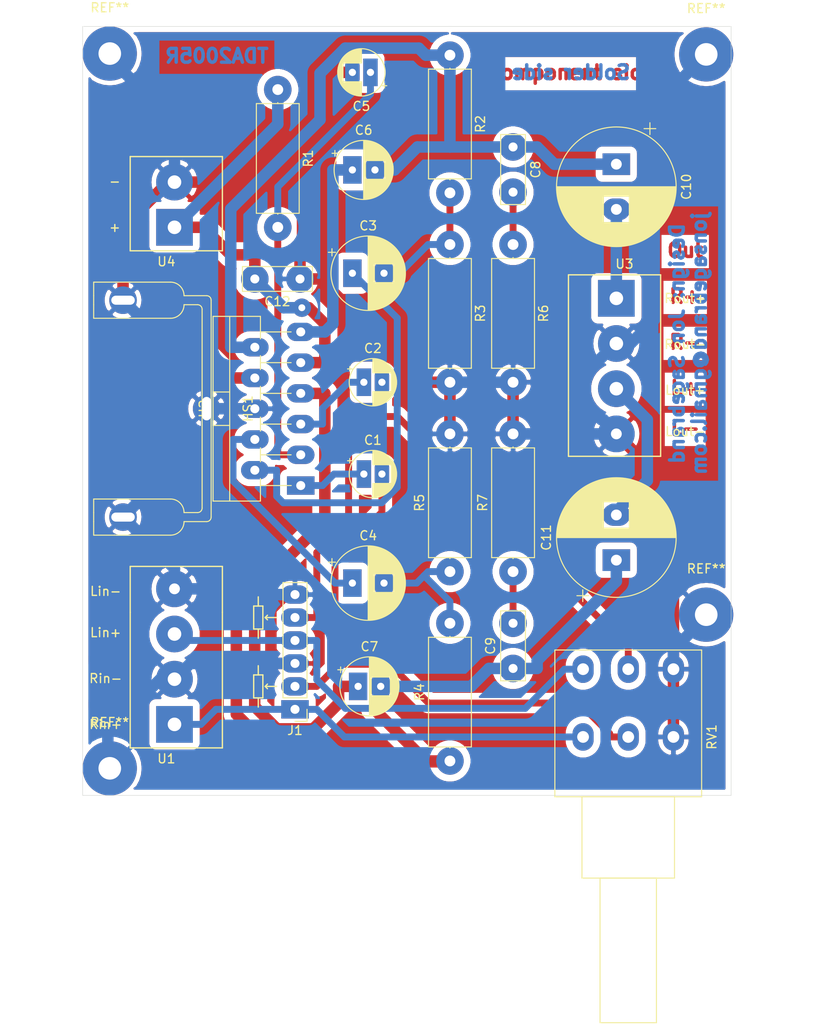
<source format=kicad_pcb>
(kicad_pcb (version 20171130) (host pcbnew 5.1.6-c6e7f7d~86~ubuntu18.04.1)
  (layers (0 F.Cu signal) (31 B.Cu signal) (34 B.Paste user) (35 F.Paste user) (36 B.SilkS user) (37 F.SilkS user) (38 B.Mask user) (39 F.Mask user) (44 Edge.Cuts user))
  (net 0 "")
  (net 1 "Net-(C1-Pad2)")
  (net 2 "Net-(C1-Pad1)")
  (net 3 "Net-(C2-Pad2)")
  (net 4 "Net-(C2-Pad1)")
  (net 5 "Net-(C3-Pad2)")
  (net 6 "Net-(C3-Pad1)")
  (net 7 "Net-(C4-Pad2)")
  (net 8 "Net-(C4-Pad1)")
  (net 9 GND)
  (net 10 "Net-(C5-Pad1)")
  (net 11 "Net-(C10-Pad1)")
  (net 12 "Net-(C6-Pad1)")
  (net 13 "Net-(C11-Pad1)")
  (net 14 "Net-(C7-Pad1)")
  (net 15 "Net-(C8-Pad2)")
  (net 16 "Net-(C9-Pad2)")
  (net 17 Rout)
  (net 18 Lout)
  (net 19 +15V)
  (net 20 Lin)
  (net 21 Rin)
  (module Connector_Wire:SolderWirePad_1x01_Drill2.5mm (layer F.Cu) (at 206.16 119.7)
    (fp_text reference REF** (at 0 -5.08) (layer F.SilkS))
    (fp_text value SolderWirePad_1x01_Drill2.5mm)
    (pad 1 thru_hole circle (at 0 0) (size 5.99948 5.99948) (drill 2.49936) (layers *.Cu *.Mask) (net 9 GND))
  )
  (module Connector_Wire:SolderWirePad_1x01_Drill2.5mm (layer F.Cu) (at 206.16 57.7)
    (fp_text reference REF** (at 0 -5.08) (layer F.SilkS))
    (fp_text value SolderWirePad_1x01_Drill2.5mm)
    (pad 1 thru_hole circle (at 0 0) (size 5.99948 5.99948) (drill 2.49936) (layers *.Cu *.Mask) (net 9 GND))
  )
  (module Connector_Wire:SolderWirePad_1x01_Drill2.5mm (layer F.Cu) (at 140.16 136.7)
    (fp_text reference REF** (at 0 -5.08) (layer F.SilkS))
    (fp_text value SolderWirePad_1x01_Drill2.5mm)
    (pad 1 thru_hole circle (at 0 0) (size 5.99948 5.99948) (drill 2.49936) (layers *.Cu *.Mask) (net 9 GND))
  )
  (module Connector_Wire:SolderWirePad_1x01_Drill2.5mm (layer F.Cu) (at 140.16 57.61)
    (fp_text reference REF** (at 0 -5.08) (layer F.SilkS))
    (fp_text value SolderWirePad_1x01_Drill2.5mm)
    (pad 1 thru_hole circle (at 0 0) (size 5.99948 5.99948) (drill 2.49936) (layers *.Cu *.Mask) (net 9 GND))
  )
  (module My_Misc:R_Axial_DIN0414_L11.9mm_D4.5mm_P15.24mm_Horizontal_larger (layer F.Cu) (at 184.785 114.935 90)
    (fp_text reference R7 (at 7.62 -3.37 90) (layer F.SilkS))
    (fp_text value 1R)
    (pad 2 thru_hole oval (at 15.24 0 90) (size 3.048 3.048) (drill 1.2) (layers *.Cu *.Mask) (net 9 GND))
    (pad 1 thru_hole oval (at 0 0 90) (size 3.048 3.048) (drill 1.2) (layers *.Cu *.Mask) (net 16 "Net-(C9-Pad2)"))
  )
  (module My_Misc:R_Axial_DIN0414_L11.9mm_D4.5mm_P15.24mm_Horizontal_larger (layer F.Cu) (at 184.785 78.74 270)
    (fp_text reference R6 (at 7.62 -3.37 90) (layer F.SilkS))
    (fp_text value 1R)
    (pad 2 thru_hole oval (at 15.24 0 270) (size 3.048 3.048) (drill 1.2) (layers *.Cu *.Mask) (net 9 GND))
    (pad 1 thru_hole oval (at 0 0 270) (size 3.048 3.048) (drill 1.2) (layers *.Cu *.Mask) (net 15 "Net-(C8-Pad2)"))
  )
  (module My_Misc:R_Axial_DIN0414_L11.9mm_D4.5mm_P15.24mm_Horizontal_larger (layer F.Cu) (at 177.8 114.935 90)
    (fp_text reference R5 (at 7.62 -3.37 90) (layer F.SilkS))
    (fp_text value 33R)
    (pad 2 thru_hole oval (at 15.24 0 90) (size 3.048 3.048) (drill 1.2) (layers *.Cu *.Mask) (net 9 GND))
    (pad 1 thru_hole oval (at 0 0 90) (size 3.048 3.048) (drill 1.2) (layers *.Cu *.Mask) (net 7 "Net-(C4-Pad2)"))
  )
  (module My_Misc:R_Axial_DIN0414_L11.9mm_D4.5mm_P15.24mm_Horizontal_larger (layer F.Cu) (at 177.8 135.89 90)
    (fp_text reference R4 (at 7.62 -3.37 90) (layer F.SilkS))
    (fp_text value 1.2k)
    (pad 2 thru_hole oval (at 15.24 0 90) (size 3.048 3.048) (drill 1.2) (layers *.Cu *.Mask) (net 7 "Net-(C4-Pad2)"))
    (pad 1 thru_hole oval (at 0 0 90) (size 3.048 3.048) (drill 1.2) (layers *.Cu *.Mask) (net 13 "Net-(C11-Pad1)"))
  )
  (module My_Misc:R_Axial_DIN0414_L11.9mm_D4.5mm_P15.24mm_Horizontal_larger (layer F.Cu) (at 177.8 78.74 270)
    (fp_text reference R3 (at 7.62 -3.37 90) (layer F.SilkS))
    (fp_text value 33R)
    (pad 2 thru_hole oval (at 15.24 0 270) (size 3.048 3.048) (drill 1.2) (layers *.Cu *.Mask) (net 9 GND))
    (pad 1 thru_hole oval (at 0 0 270) (size 3.048 3.048) (drill 1.2) (layers *.Cu *.Mask) (net 5 "Net-(C3-Pad2)"))
  )
  (module My_Misc:R_Axial_DIN0414_L11.9mm_D4.5mm_P15.24mm_Horizontal_larger (layer F.Cu) (at 177.8 57.785 270)
    (fp_text reference R2 (at 7.62 -3.37 90) (layer F.SilkS))
    (fp_text value 1.2k)
    (pad 2 thru_hole oval (at 15.24 0 270) (size 3.048 3.048) (drill 1.2) (layers *.Cu *.Mask) (net 5 "Net-(C3-Pad2)"))
    (pad 1 thru_hole oval (at 0 0 270) (size 3.048 3.048) (drill 1.2) (layers *.Cu *.Mask) (net 11 "Net-(C10-Pad1)"))
  )
  (module My_Misc:R_Axial_DIN0414_L11.9mm_D4.5mm_P15.24mm_Horizontal_larger (layer F.Cu) (at 158.75 61.595 270)
    (fp_text reference R1 (at 7.62 -3.37 90) (layer F.SilkS))
    (fp_text value 120k)
    (pad 2 thru_hole oval (at 15.24 0 270) (size 3.048 3.048) (drill 1.2) (layers *.Cu *.Mask) (net 10 "Net-(C5-Pad1)"))
    (pad 1 thru_hole oval (at 0 0 270) (size 3.048 3.048) (drill 1.2) (layers *.Cu *.Mask) (net 19 +15V))
  )
  (module My_Heatsinks:EK-41002859 (layer F.Cu) (at 150.876 96.901 270)
    (fp_text reference HS1 (at 0 -4.58 90) (layer F.SilkS))
    (fp_text value Heatsink_Pad)
    (pad 1 thru_hole circle (at 0 0 270) (size 3.048 3.048) (drill oval 2.6 1) (layers *.Cu *.Mask) (net 9 GND))
    (pad 1 thru_hole circle (at -12 9.25 270) (size 3.048 3.048) (drill oval 1 2.6) (layers *.Cu *.Mask) (net 9 GND))
    (pad 1 thru_hole circle (at 12 9.25 270) (size 3.048 3.048) (drill oval 1 2.6) (layers *.Cu *.Mask) (net 9 GND))
  )
  (module My_Misc:C_Disc_D7.5mm_W2.5mm_P5.00mm_larger (layer F.Cu) (at 161.21 82.55 180)
    (fp_text reference C12 (at 2.5 -2.5) (layer F.SilkS))
    (fp_text value 0.1u)
    (pad 2 thru_hole oval (at 5 0 180) (size 3.048 3.048) (drill 1) (layers *.Cu *.Mask) (net 19 +15V))
    (pad 1 thru_hole oval (at 0 0 180) (size 3.048 3.048) (drill 1) (layers *.Cu *.Mask) (net 9 GND))
  )
  (module My_Misc:C_Disc_D7.5mm_W2.5mm_P5.00mm_larger (layer F.Cu) (at 184.785 125.65 90)
    (fp_text reference C9 (at 2.5 -2.5 90) (layer F.SilkS))
    (fp_text value 0.1u)
    (pad 2 thru_hole oval (at 5 0 90) (size 3.048 3.048) (drill 1) (layers *.Cu *.Mask) (net 16 "Net-(C9-Pad2)"))
    (pad 1 thru_hole oval (at 0 0 90) (size 3.048 3.048) (drill 1) (layers *.Cu *.Mask) (net 13 "Net-(C11-Pad1)"))
  )
  (module My_Misc:C_Disc_D7.5mm_W2.5mm_P5.00mm_larger (layer F.Cu) (at 184.785 67.945 270)
    (fp_text reference C8 (at 2.5 -2.5 90) (layer F.SilkS))
    (fp_text value 0.1u)
    (pad 2 thru_hole oval (at 5 0 270) (size 3.048 3.048) (drill 1) (layers *.Cu *.Mask) (net 15 "Net-(C8-Pad2)"))
    (pad 1 thru_hole oval (at 0 0 270) (size 3.048 3.048) (drill 1) (layers *.Cu *.Mask) (net 11 "Net-(C10-Pad1)"))
  )
  (module My_Misc:Potentiometer_Piher_PC-16_Dual_Horizontal_larger (layer F.Cu) (at 192.532 133.23 270)
    (fp_text reference RV1 (at 0 -14.25 90) (layer F.SilkS))
    (fp_text value R_POT_Dual)
    (pad 4 thru_hole oval (at -7.5 0 270) (size 3.048 2.34) (drill 1.3) (layers *.Cu *.Mask) (net 20 Lin))
    (pad 5 thru_hole oval (at -7.5 -5 270) (size 3.048 2.34) (drill 1.3) (layers *.Cu *.Mask) (net 3 "Net-(C2-Pad2)"))
    (pad 6 thru_hole oval (at -7.5 -10 270) (size 3.048 2.34) (drill 1.3) (layers *.Cu *.Mask) (net 9 GND))
    (pad 1 thru_hole oval (at 0 0 270) (size 3.048 2.34) (drill 1.3) (layers *.Cu *.Mask) (net 21 Rin))
    (pad 2 thru_hole oval (at 0 -5 270) (size 3.048 2.34) (drill 1.3) (layers *.Cu *.Mask) (net 1 "Net-(C1-Pad2)"))
    (pad 3 thru_hole oval (at 0 -10 270) (size 3.048 2.34) (drill 1.3) (layers *.Cu *.Mask) (net 9 GND))
  )
  (module My_Parts:2-pole_power_in_screw_terminal (layer F.Cu) (at 147.32 76.835 180)
    (fp_text reference U4 (at 0.9 -3.8) (layer F.SilkS))
    (fp_text value 2-pole_power_in_screw_terminal hide)
    (fp_text user + (at 6.604 0) (layer F.SilkS))
    (fp_text user - (at 6.604 5.08) (layer F.SilkS))
    (pad 1 thru_hole rect (at 0 0 180) (size 4.064 4.064) (drill 1.5) (layers *.Cu *.Mask) (net 19 +15V))
    (pad 2 thru_hole circle (at 0 5 180) (size 4.064 4.064) (drill 1.5) (layers *.Cu *.Mask) (net 9 GND))
  )
  (module My_Parts:4-pole_screw_terminal_RL_output (layer F.Cu) (at 196.215 84.695)
    (fp_text reference U3 (at 0.9 -3.8) (layer F.SilkS))
    (fp_text value 4-pole_RL-output_screw_terminal hide)
    (fp_text user Lout- (at 7.62 14.732) (layer F.SilkS))
    (fp_text user Rout+ (at 7.62 0) (layer F.SilkS))
    (fp_text user Rout- (at 7.62 5.08) (layer F.SilkS))
    (fp_text user Lout+ (at 7.62 10.16) (layer F.SilkS))
    (pad 1 thru_hole rect (at 0 0) (size 4.064 4.064) (drill 1.5) (layers *.Cu *.Mask) (net 17 Rout))
    (pad 2 thru_hole circle (at 0 5) (size 4.064 4.064) (drill 1.5) (layers *.Cu *.Mask) (net 9 GND))
    (pad 3 thru_hole circle (at 0 10) (size 4.064 4.064) (drill 1.5) (layers *.Cu *.Mask) (net 18 Lout))
    (pad 4 thru_hole circle (at 0 15) (size 4.064 4.064) (drill 1.2) (layers *.Cu *.Mask) (net 9 GND))
  )
  (module My_Misc:TO-220-11_P3.4x5.08mm_StaggerOdd_Lead4.85mm_Vertical_large (layer F.Cu) (at 161.29 105.41 90)
    (fp_text reference U2 (at 8.5 -10.7 90) (layer F.SilkS))
    (fp_text value TDA2005)
    (pad 11 thru_hole oval (at 17 0 90) (size 2.032 3.048) (drill 1) (layers *.Cu *.Mask) (net 12 "Net-(C6-Pad1)"))
    (pad 10 thru_hole oval (at 15.3 -5.08 90) (size 2.032 3.048) (drill 1) (layers *.Cu *.Mask) (net 11 "Net-(C10-Pad1)"))
    (pad 9 thru_hole oval (at 13.6 0 90) (size 2.032 3.048) (drill 1) (layers *.Cu *.Mask) (net 19 +15V))
    (pad 8 thru_hole oval (at 11.9 -5.08 90) (size 2.032 3.048) (drill 1) (layers *.Cu *.Mask) (net 13 "Net-(C11-Pad1)"))
    (pad 7 thru_hole oval (at 10.2 0 90) (size 2.032 3.048) (drill 1) (layers *.Cu *.Mask) (net 14 "Net-(C7-Pad1)"))
    (pad 6 thru_hole oval (at 8.5 -5.08 90) (size 2.032 3.048) (drill 1) (layers *.Cu *.Mask) (net 9 GND))
    (pad 5 thru_hole oval (at 6.8 0 90) (size 2.032 3.048) (drill 1) (layers *.Cu *.Mask) (net 4 "Net-(C2-Pad1)"))
    (pad 4 thru_hole oval (at 5.1 -5.08 90) (size 2.032 3.048) (drill 1) (layers *.Cu *.Mask) (net 8 "Net-(C4-Pad1)"))
    (pad 3 thru_hole oval (at 3.4 0 90) (size 2.032 3.048) (drill 1) (layers *.Cu *.Mask) (net 10 "Net-(C5-Pad1)"))
    (pad 2 thru_hole oval (at 1.7 -5.08 90) (size 2.032 3.048) (drill 1) (layers *.Cu *.Mask) (net 6 "Net-(C3-Pad1)"))
    (pad 1 thru_hole rect (at 0 0 90) (size 2.032 3.048) (drill 1) (layers *.Cu *.Mask) (net 2 "Net-(C1-Pad1)"))
  )
  (module My_Parts:4-pole_screw_terminal_RL_input (layer F.Cu) (at 147.32 131.84 180)
    (fp_text reference U1 (at 0.9 -3.8) (layer F.SilkS))
    (fp_text value 4-pole_RL-input_screw_terminal hide)
    (fp_text user Lin- (at 7.62 14.732) (layer F.SilkS))
    (fp_text user Rin+ (at 7.62 0) (layer F.SilkS))
    (fp_text user Rin- (at 7.62 5.08) (layer F.SilkS))
    (fp_text user Lin+ (at 7.62 10.16) (layer F.SilkS))
    (pad 1 thru_hole rect (at 0 0 180) (size 4.064 4.064) (drill 1.5) (layers *.Cu *.Mask) (net 21 Rin))
    (pad 2 thru_hole circle (at 0 5 180) (size 4.064 4.064) (drill 1.5) (layers *.Cu *.Mask) (net 9 GND))
    (pad 3 thru_hole circle (at 0 10 180) (size 4.064 4.064) (drill 1.5) (layers *.Cu *.Mask) (net 20 Lin))
    (pad 4 thru_hole circle (at 0 15 180) (size 4.064 4.064) (drill 1.2) (layers *.Cu *.Mask) (net 9 GND))
  )
  (module My_Headers:6-pin_dual_potentiometer_header_large (layer F.Cu) (at 160.655 130.175 180)
    (fp_text reference J1 (at 0 -2.33) (layer F.SilkS))
    (fp_text value 6-pole_dual_potentiometer_header)
    (pad 6 thru_hole oval (at 0 12.7 180) (size 3.048 2.032) (drill 1) (layers *.Cu *.Mask) (net 9 GND))
    (pad 5 thru_hole oval (at 0 10.16 180) (size 3.048 2.032) (drill 1) (layers *.Cu *.Mask) (net 3 "Net-(C2-Pad2)"))
    (pad 4 thru_hole oval (at 0 7.62 180) (size 3.048 2.032) (drill 1) (layers *.Cu *.Mask) (net 20 Lin))
    (pad 3 thru_hole oval (at 0 5.08 180) (size 3.048 2.032) (drill 1) (layers *.Cu *.Mask) (net 9 GND))
    (pad 2 thru_hole oval (at 0 2.54 180) (size 3.048 2.032) (drill 1) (layers *.Cu *.Mask) (net 1 "Net-(C1-Pad2)"))
    (pad 1 thru_hole rect (at 0 0 180) (size 3.048 2.032) (drill 1) (layers *.Cu *.Mask) (net 21 Rin))
  )
  (module My_Misc:CP_Radial_D13.0mm_P5.00mm_larger (layer F.Cu) (at 196.215 113.665 90)
    (fp_text reference C11 (at 2.5 -7.75 90) (layer F.SilkS))
    (fp_text value 2200u)
    (pad 2 thru_hole oval (at 5 0 90) (size 2.4 3.048) (drill 1.2) (layers *.Cu *.Mask) (net 18 Lout))
    (pad 1 thru_hole rect (at 0 0 90) (size 2.4 3.048) (drill 1.2) (layers *.Cu *.Mask) (net 13 "Net-(C11-Pad1)"))
  )
  (module My_Misc:CP_Radial_D13.0mm_P5.00mm_larger (layer F.Cu) (at 196.215 69.85 270)
    (fp_text reference C10 (at 2.5 -7.75 90) (layer F.SilkS))
    (fp_text value 2200u)
    (pad 2 thru_hole oval (at 5 0 270) (size 2.4 3.048) (drill 1.2) (layers *.Cu *.Mask) (net 17 Rout))
    (pad 1 thru_hole rect (at 0 0 270) (size 2.4 3.048) (drill 1.2) (layers *.Cu *.Mask) (net 11 "Net-(C10-Pad1)"))
  )
  (module My_Misc:CP_Radial_D6.3mm_P2.50mm_large (layer F.Cu) (at 167.64 127.635)
    (fp_text reference C7 (at 1.25 -4.4) (layer F.SilkS))
    (fp_text value 100u)
    (pad 2 thru_hole oval (at 2.5 0) (size 2.032 3.048) (drill 0.8) (layers *.Cu *.Mask) (net 13 "Net-(C11-Pad1)"))
    (pad 1 thru_hole rect (at 0 0) (size 2.032 3.048) (drill 0.8) (layers *.Cu *.Mask) (net 14 "Net-(C7-Pad1)"))
  )
  (module My_Misc:CP_Radial_D6.3mm_P2.50mm_large (layer F.Cu) (at 167.005 70.485)
    (fp_text reference C6 (at 1.25 -4.4) (layer F.SilkS))
    (fp_text value 100u)
    (pad 2 thru_hole oval (at 2.5 0) (size 2.032 3.048) (drill 0.8) (layers *.Cu *.Mask) (net 11 "Net-(C10-Pad1)"))
    (pad 1 thru_hole rect (at 0 0) (size 2.032 3.048) (drill 0.8) (layers *.Cu *.Mask) (net 12 "Net-(C6-Pad1)"))
  )
  (module My_Misc:CP_Radial_D5.0mm_P2.00mm_larger (layer F.Cu) (at 169.005 59.69 180)
    (fp_text reference C5 (at 1 -3.75) (layer F.SilkS))
    (fp_text value 10u)
    (pad 2 thru_hole oval (at 2 0 180) (size 1.6 3.048) (drill 0.8) (layers *.Cu *.Mask) (net 9 GND))
    (pad 1 thru_hole rect (at 0 0 180) (size 1.6 3.048) (drill 0.8) (layers *.Cu *.Mask) (net 10 "Net-(C5-Pad1)"))
  )
  (module My_Misc:CP_Radial_D8.0mm_P3.50mm_large (layer F.Cu) (at 167.005 116.205)
    (fp_text reference C4 (at 1.75 -5.25) (layer F.SilkS))
    (fp_text value 220u)
    (pad 2 thru_hole oval (at 3.5 0) (size 2.032 3.048) (drill 0.8) (layers *.Cu *.Mask) (net 7 "Net-(C4-Pad2)"))
    (pad 1 thru_hole rect (at 0 0) (size 2.032 3.048) (drill 0.8) (layers *.Cu *.Mask) (net 8 "Net-(C4-Pad1)"))
  )
  (module My_Misc:CP_Radial_D8.0mm_P3.50mm_large (layer F.Cu) (at 167.005 81.915)
    (fp_text reference C3 (at 1.75 -5.25) (layer F.SilkS))
    (fp_text value 220u)
    (pad 2 thru_hole oval (at 3.5 0) (size 2.032 3.048) (drill 0.8) (layers *.Cu *.Mask) (net 5 "Net-(C3-Pad2)"))
    (pad 1 thru_hole rect (at 0 0) (size 2.032 3.048) (drill 0.8) (layers *.Cu *.Mask) (net 6 "Net-(C3-Pad1)"))
  )
  (module My_Misc:CP_Radial_D5.0mm_P2.00mm_larger (layer F.Cu) (at 168.275 93.98)
    (fp_text reference C2 (at 1 -3.75) (layer F.SilkS))
    (fp_text value 2.2u)
    (pad 2 thru_hole oval (at 2 0) (size 1.6 3.048) (drill 0.8) (layers *.Cu *.Mask) (net 3 "Net-(C2-Pad2)"))
    (pad 1 thru_hole rect (at 0 0) (size 1.6 3.048) (drill 0.8) (layers *.Cu *.Mask) (net 4 "Net-(C2-Pad1)"))
  )
  (module My_Misc:CP_Radial_D5.0mm_P2.00mm_larger (layer F.Cu) (at 168.275 104.14)
    (fp_text reference C1 (at 1 -3.75) (layer F.SilkS))
    (fp_text value 2.2u)
    (pad 2 thru_hole oval (at 2 0) (size 1.6 3.048) (drill 0.8) (layers *.Cu *.Mask) (net 1 "Net-(C1-Pad2)"))
    (pad 1 thru_hole rect (at 0 0) (size 1.6 3.048) (drill 0.8) (layers *.Cu *.Mask) (net 2 "Net-(C1-Pad1)"))
  )
  (gr_text TDA2005R (at 152.01 57.875) (layer B.Cu) (effects (font (size 1.524 1.524) (thickness 0.381)) (justify mirror)))
  (gr_text "Power in\n12-18 VDC" (at 145.66 64.86) (layer F.Cu) (effects (font (size 1.524 1.524) (thickness 0.381))))
  (gr_line (start 208.915 54.61) (end 177.8 54.61) (layer Edge.Cuts) (width 0.05))
  (gr_line (start 208.915 139.7) (end 208.915 54.61) (layer Edge.Cuts) (width 0.05))
  (gr_line (start 137.16 139.7) (end 208.915 139.7) (layer Edge.Cuts) (width 0.05))
  (gr_line (start 137.16 137.795) (end 137.16 139.7) (layer Edge.Cuts) (width 0.05))
  (gr_line (start 137.16 54.61) (end 137.16 137.795) (layer Edge.Cuts) (width 0.05))
  (gr_line (start 177.8 54.61) (end 137.16 54.61) (layer Edge.Cuts) (width 0.05))
  (gr_text "Solder side" (at 191.16 59.69) (layer B.Cu) (effects (font (size 1.524 1.524) (thickness 0.381)) (justify mirror)))
  (gr_text In (at 140.58 113.12) (layer F.Cu) (effects (font (size 1.524 1.524) (thickness 0.381))))
  (gr_text R+ (at 140.335 132.08) (layer F.Cu) (effects (font (size 1.524 1.524) (thickness 0.381))))
  (gr_text R- (at 140.335 127) (layer F.Cu) (effects (font (size 1.524 1.524) (thickness 0.381))))
  (gr_text L+ (at 140.335 121.92) (layer F.Cu) (effects (font (size 1.524 1.524) (thickness 0.381))))
  (gr_text L- (at 140.335 117.475) (layer F.Cu) (effects (font (size 1.524 1.524) (thickness 0.381))))
  (gr_text L- (at 203.835 99.06) (layer F.Cu) (effects (font (size 1.524 1.524) (thickness 0.381))))
  (gr_text L+ (at 203.835 94.615) (layer F.Cu) (effects (font (size 1.524 1.524) (thickness 0.381))))
  (gr_text R- (at 203.835 89.535) (layer F.Cu) (effects (font (size 1.524 1.524) (thickness 0.381))))
  (gr_text R+ (at 203.835 84.455) (layer F.Cu) (effects (font (size 1.524 1.524) (thickness 0.381))))
  (gr_text Out (at 203.835 79.375) (layer F.Cu) (effects (font (size 1.524 1.524) (thickness 0.381))))
  (gr_text + (at 140.335 76.835) (layer F.Cu) (effects (font (size 1.524 1.524) (thickness 0.381))))
  (gr_text - (at 140.335 71.755) (layer F.Cu) (effects (font (size 1.524 1.524) (thickness 0.381))))
  (gr_text "Component side" (at 191.16 59.7) (layer F.Cu) (effects (font (size 1.524 1.524) (thickness 0.381))))
  (gr_text "Design: Jon Sagebrand\njonsagebrand@gmail.com\n" (at 204.16 89.7 90) (layer B.Cu) (effects (font (size 1.524 1.524) (thickness 0.381)) (justify mirror)))
  (segment (start 160.655 127.635) (end 163.0683 127.635) (width 0.762) (layer F.Cu) (net 1))
  (segment (start 197.532 133.23) (end 195.4727 133.23) (width 0.762) (layer F.Cu) (net 1))
  (segment (start 195.4727 132.8527) (end 195.4727 133.23) (width 0.762) (layer F.Cu) (net 1))
  (segment (start 192.1 129.48) (end 195.4727 132.8527) (width 0.762) (layer F.Cu) (net 1))
  (segment (start 175.4343 129.48) (end 192.1 129.48) (width 0.762) (layer F.Cu) (net 1))
  (segment (start 171.1422 125.1879) (end 175.4343 129.48) (width 0.762) (layer F.Cu) (net 1))
  (segment (start 165.0824 125.1879) (end 171.1422 125.1879) (width 0.762) (layer F.Cu) (net 1))
  (segment (start 165.0824 113.5425) (end 165.0824 125.1879) (width 0.762) (layer F.Cu) (net 1))
  (segment (start 170.275 108.3499) (end 165.0824 113.5425) (width 0.762) (layer F.Cu) (net 1))
  (segment (start 170.275 104.14) (end 170.275 108.3499) (width 0.762) (layer F.Cu) (net 1))
  (segment (start 165.0824 125.6209) (end 163.0683 127.635) (width 0.762) (layer F.Cu) (net 1))
  (segment (start 165.0824 125.1879) (end 165.0824 125.6209) (width 0.762) (layer F.Cu) (net 1))
  (segment (start 164.9733 104.14) (end 163.7033 105.41) (width 0.762) (layer B.Cu) (net 2))
  (segment (start 168.275 104.14) (end 164.9733 104.14) (width 0.762) (layer B.Cu) (net 2))
  (segment (start 161.29 105.41) (end 163.7033 105.41) (width 0.762) (layer B.Cu) (net 2))
  (segment (start 170.275 93.98) (end 170.275 96.3933) (width 0.762) (layer F.Cu) (net 3))
  (segment (start 160.655 120.015) (end 163.0683 120.015) (width 0.762) (layer F.Cu) (net 3))
  (segment (start 197.532 125.73) (end 197.532 123.3167) (width 0.762) (layer F.Cu) (net 3))
  (segment (start 170.275 96.3933) (end 170.275 97.7763) (width 0.762) (layer F.Cu) (net 3))
  (segment (start 166.5857 101.4656) (end 170.275 97.7763) (width 0.762) (layer F.Cu) (net 3))
  (segment (start 166.5857 109.2985) (end 166.5857 101.4656) (width 0.762) (layer F.Cu) (net 3))
  (segment (start 163.0683 112.8159) (end 166.5857 109.2985) (width 0.762) (layer F.Cu) (net 3))
  (segment (start 163.0683 120.015) (end 163.0683 112.8159) (width 0.762) (layer F.Cu) (net 3))
  (segment (start 171.9916 97.7763) (end 197.532 123.3167) (width 0.762) (layer F.Cu) (net 3))
  (segment (start 170.275 97.7763) (end 171.9916 97.7763) (width 0.762) (layer F.Cu) (net 3))
  (segment (start 163.7033 96.8624) (end 163.7033 98.61) (width 0.762) (layer B.Cu) (net 4))
  (segment (start 166.5857 93.98) (end 163.7033 96.8624) (width 0.762) (layer B.Cu) (net 4))
  (segment (start 168.275 93.98) (end 166.5857 93.98) (width 0.762) (layer B.Cu) (net 4))
  (segment (start 161.29 98.61) (end 163.7033 98.61) (width 0.762) (layer B.Cu) (net 4))
  (segment (start 177.8 73.025) (end 177.8 78.74) (width 0.762) (layer F.Cu) (net 5))
  (segment (start 172.4103 81.7164) (end 175.3867 78.74) (width 0.762) (layer B.Cu) (net 5))
  (segment (start 172.4103 81.915) (end 172.4103 81.7164) (width 0.762) (layer B.Cu) (net 5))
  (segment (start 177.8 78.74) (end 175.3867 78.74) (width 0.762) (layer B.Cu) (net 5))
  (segment (start 170.505 81.915) (end 172.4103 81.915) (width 0.762) (layer B.Cu) (net 5))
  (segment (start 158.6233 106.5927) (end 158.6233 103.71) (width 0.762) (layer B.Cu) (net 6))
  (segment (start 159.346 107.3154) (end 158.6233 106.5927) (width 0.762) (layer B.Cu) (net 6))
  (segment (start 170.2576 107.3154) (end 159.346 107.3154) (width 0.762) (layer B.Cu) (net 6))
  (segment (start 171.967 105.606) (end 170.2576 107.3154) (width 0.762) (layer B.Cu) (net 6))
  (segment (start 171.967 86.877) (end 171.967 105.606) (width 0.762) (layer B.Cu) (net 6))
  (segment (start 167.005 81.915) (end 171.967 86.877) (width 0.762) (layer B.Cu) (net 6))
  (segment (start 156.21 103.71) (end 158.6233 103.71) (width 0.762) (layer B.Cu) (net 6))
  (segment (start 177.8 114.935) (end 175.3867 114.935) (width 0.762) (layer B.Cu) (net 7))
  (segment (start 177.8 120.65) (end 177.8 118.2367) (width 0.762) (layer B.Cu) (net 7))
  (segment (start 177.8 118.2367) (end 174.9425 115.3792) (width 0.762) (layer B.Cu) (net 7))
  (segment (start 174.1167 116.205) (end 174.9425 115.3792) (width 0.762) (layer B.Cu) (net 7))
  (segment (start 170.505 116.205) (end 174.1167 116.205) (width 0.762) (layer B.Cu) (net 7))
  (segment (start 174.9425 115.3792) (end 175.3867 114.935) (width 0.762) (layer B.Cu) (net 7))
  (segment (start 153.7967 104.902) (end 153.7967 100.31) (width 0.762) (layer B.Cu) (net 8))
  (segment (start 165.0997 116.205) (end 153.7967 104.902) (width 0.762) (layer B.Cu) (net 8))
  (segment (start 167.005 116.205) (end 165.0997 116.205) (width 0.762) (layer B.Cu) (net 8))
  (segment (start 156.21 100.31) (end 153.7967 100.31) (width 0.762) (layer B.Cu) (net 8))
  (segment (start 167.005 59.69) (end 165.0617 59.69) (width 1.27) (layer F.Cu) (net 9))
  (segment (start 157.9877 119.1148) (end 157.9877 125.095) (width 1.27) (layer F.Cu) (net 9))
  (segment (start 159.6275 117.475) (end 157.9877 119.1148) (width 1.27) (layer F.Cu) (net 9))
  (segment (start 160.655 117.475) (end 159.6275 117.475) (width 1.27) (layer F.Cu) (net 9))
  (segment (start 160.655 125.095) (end 157.9877 125.095) (width 1.27) (layer F.Cu) (net 9))
  (segment (start 160.655 117.475) (end 157.9877 117.475) (width 1.27) (layer B.Cu) (net 9))
  (segment (start 157.3527 116.84) (end 147.32 116.84) (width 1.27) (layer B.Cu) (net 9))
  (segment (start 157.9877 117.475) (end 157.3527 116.84) (width 1.27) (layer B.Cu) (net 9))
  (segment (start 141.626 76.8343) (end 141.626 84.901) (width 1.27) (layer F.Cu) (net 9))
  (segment (start 146.6253 71.835) (end 141.626 76.8343) (width 1.27) (layer F.Cu) (net 9))
  (segment (start 147.32 71.835) (end 146.6253 71.835) (width 1.27) (layer F.Cu) (net 9))
  (segment (start 202.532 133.23) (end 202.532 125.73) (width 1.27) (layer F.Cu) (net 9))
  (segment (start 202.532 106.012) (end 196.215 99.695) (width 1.27) (layer F.Cu) (net 9))
  (segment (start 202.532 125.73) (end 202.532 106.012) (width 1.27) (layer F.Cu) (net 9))
  (segment (start 147.32 114.595) (end 141.626 108.901) (width 1.27) (layer B.Cu) (net 9))
  (segment (start 147.32 116.84) (end 147.32 114.595) (width 1.27) (layer B.Cu) (net 9))
  (segment (start 150.876 94.151) (end 150.876 96.901) (width 1.27) (layer B.Cu) (net 9))
  (segment (start 141.626 84.901) (end 150.876 94.151) (width 1.27) (layer B.Cu) (net 9))
  (segment (start 177.8 93.98) (end 184.785 93.98) (width 1.27) (layer B.Cu) (net 9))
  (segment (start 156.21 96.91) (end 153.5427 96.91) (width 1.27) (layer B.Cu) (net 9))
  (segment (start 150.876 96.91) (end 153.5427 96.91) (width 1.27) (layer B.Cu) (net 9))
  (segment (start 150.876 99.651) (end 150.876 96.91) (width 1.27) (layer B.Cu) (net 9))
  (segment (start 141.626 108.901) (end 150.876 99.651) (width 1.27) (layer B.Cu) (net 9))
  (segment (start 150.876 96.91) (end 150.876 96.901) (width 1.27) (layer B.Cu) (net 9))
  (segment (start 161.4862 71.835) (end 147.32 71.835) (width 1.27) (layer F.Cu) (net 9))
  (segment (start 161.4862 63.2655) (end 161.4862 71.835) (width 1.27) (layer F.Cu) (net 9))
  (segment (start 165.0617 59.69) (end 161.4862 63.2655) (width 1.27) (layer F.Cu) (net 9))
  (segment (start 161.4862 79.6065) (end 161.21 79.8827) (width 1.27) (layer F.Cu) (net 9))
  (segment (start 161.4862 71.835) (end 161.4862 79.6065) (width 1.27) (layer F.Cu) (net 9))
  (segment (start 161.21 82.55) (end 161.21 79.8827) (width 1.27) (layer F.Cu) (net 9))
  (segment (start 177.8 99.695) (end 177.8 93.98) (width 1.27) (layer F.Cu) (net 9))
  (segment (start 163.8773 82.9904) (end 163.8773 82.55) (width 1.27) (layer F.Cu) (net 9))
  (segment (start 174.8669 93.98) (end 163.8773 82.9904) (width 1.27) (layer F.Cu) (net 9))
  (segment (start 177.8 93.98) (end 174.8669 93.98) (width 1.27) (layer F.Cu) (net 9))
  (segment (start 161.21 82.55) (end 163.8773 82.55) (width 1.27) (layer F.Cu) (net 9))
  (segment (start 149.065 125.095) (end 147.32 126.84) (width 1.27) (layer B.Cu) (net 9))
  (segment (start 160.655 125.095) (end 149.065 125.095) (width 1.27) (layer B.Cu) (net 9))
  (segment (start 184.785 93.98) (end 184.785 99.695) (width 1.27) (layer F.Cu) (net 9))
  (segment (start 184.785 99.695) (end 196.37 99.695) (width 1.27) (layer B.Cu) (net 9))
  (segment (start 192.785999 93.049079) (end 196.210078 89.625) (width 1.27) (layer B.Cu) (net 9))
  (segment (start 192.785999 96.340921) (end 192.785999 93.049079) (width 1.27) (layer B.Cu) (net 9))
  (segment (start 194.569079 98.124001) (end 192.785999 96.340921) (width 1.27) (layer B.Cu) (net 9))
  (segment (start 196.37 99.695) (end 194.799001 98.124001) (width 1.27) (layer B.Cu) (net 9))
  (segment (start 194.799001 98.124001) (end 194.569079 98.124001) (width 1.27) (layer B.Cu) (net 9))
  (segment (start 196.210078 89.625) (end 196.46 89.625) (width 1.27) (layer B.Cu) (net 9))
  (segment (start 202.532 125.73) (end 202.532 123.558) (width 1.27) (layer B.Cu) (net 9))
  (segment (start 202.532 123.558) (end 205.985 120.105) (width 1.27) (layer B.Cu) (net 9))
  (segment (start 145.741398 126.84) (end 139.945 132.636398) (width 1.27) (layer B.Cu) (net 9))
  (segment (start 147.32 126.84) (end 145.741398 126.84) (width 1.27) (layer B.Cu) (net 9))
  (segment (start 139.945 132.636398) (end 139.945 136.615) (width 1.27) (layer B.Cu) (net 9))
  (segment (start 147.32 71.835) (end 147.32 65.25) (width 1.27) (layer B.Cu) (net 9))
  (segment (start 147.32 65.25) (end 139.945 57.875) (width 1.27) (layer B.Cu) (net 9))
  (segment (start 200.404424 87.084178) (end 197.863602 89.625) (width 1.27) (layer B.Cu) (net 9))
  (segment (start 206.16 57.7) (end 200.404424 63.455576) (width 1.27) (layer B.Cu) (net 9))
  (segment (start 200.404424 63.455576) (end 200.404424 87.084178) (width 1.27) (layer B.Cu) (net 9))
  (segment (start 197.863602 89.625) (end 195.825 89.625) (width 1.27) (layer B.Cu) (net 9))
  (segment (start 169.005 59.69) (end 169.005 62.1033) (width 0.762) (layer B.Cu) (net 10))
  (segment (start 158.75 101.8833) (end 158.8767 102.01) (width 0.762) (layer F.Cu) (net 10))
  (segment (start 158.75 76.835) (end 158.75 101.8833) (width 0.762) (layer F.Cu) (net 10))
  (segment (start 161.29 102.01) (end 158.8767 102.01) (width 0.762) (layer F.Cu) (net 10))
  (segment (start 158.75 72.3583) (end 169.005 62.1033) (width 0.762) (layer B.Cu) (net 10))
  (segment (start 158.75 76.835) (end 158.75 72.3583) (width 0.762) (layer B.Cu) (net 10))
  (segment (start 189.3573 69.85) (end 187.4523 67.945) (width 1.27) (layer B.Cu) (net 11))
  (segment (start 196.215 69.85) (end 189.3573 69.85) (width 1.27) (layer B.Cu) (net 11))
  (segment (start 184.785 67.945) (end 187.4523 67.945) (width 1.27) (layer B.Cu) (net 11))
  (segment (start 156.21 90.11) (end 153.5427 90.11) (width 1.27) (layer B.Cu) (net 11))
  (segment (start 153.5427 74.8093) (end 153.5427 90.11) (width 1.27) (layer B.Cu) (net 11))
  (segment (start 163.4239 64.9281) (end 153.5427 74.8093) (width 1.27) (layer B.Cu) (net 11))
  (segment (start 163.4239 59.7986) (end 163.4239 64.9281) (width 1.27) (layer B.Cu) (net 11))
  (segment (start 166.2147 57.0078) (end 163.4239 59.7986) (width 1.27) (layer B.Cu) (net 11))
  (segment (start 174.3555 57.0078) (end 166.2147 57.0078) (width 1.27) (layer B.Cu) (net 11))
  (segment (start 175.1327 57.785) (end 174.3555 57.0078) (width 1.27) (layer B.Cu) (net 11))
  (segment (start 177.8 57.785) (end 175.1327 57.785) (width 1.27) (layer B.Cu) (net 11))
  (segment (start 169.505 70.485) (end 171.6643 70.485) (width 1.27) (layer B.Cu) (net 11))
  (segment (start 177.8 67.945) (end 177.8 57.785) (width 1.27) (layer B.Cu) (net 11))
  (segment (start 174.2043 67.945) (end 177.8 67.945) (width 1.27) (layer B.Cu) (net 11))
  (segment (start 171.6643 70.485) (end 174.2043 67.945) (width 1.27) (layer B.Cu) (net 11))
  (segment (start 177.8 67.945) (end 184.785 67.945) (width 1.27) (layer B.Cu) (net 11))
  (segment (start 164.8457 87.5216) (end 163.9573 88.41) (width 1.27) (layer B.Cu) (net 12))
  (segment (start 164.8457 70.485) (end 164.8457 87.5216) (width 1.27) (layer B.Cu) (net 12))
  (segment (start 167.005 70.485) (end 164.8457 70.485) (width 1.27) (layer B.Cu) (net 12))
  (segment (start 161.29 88.41) (end 163.9573 88.41) (width 1.27) (layer B.Cu) (net 12))
  (segment (start 180.1327 127.635) (end 182.1177 125.65) (width 1.27) (layer B.Cu) (net 13))
  (segment (start 170.14 127.635) (end 180.1327 127.635) (width 1.27) (layer B.Cu) (net 13))
  (segment (start 184.785 125.65) (end 182.1177 125.65) (width 1.27) (layer B.Cu) (net 13))
  (segment (start 187.4523 124.771) (end 187.4523 125.65) (width 1.27) (layer B.Cu) (net 13))
  (segment (start 196.215 116.0083) (end 187.4523 124.771) (width 1.27) (layer B.Cu) (net 13))
  (segment (start 196.215 113.665) (end 196.215 116.0083) (width 1.27) (layer B.Cu) (net 13))
  (segment (start 184.785 125.65) (end 187.4523 125.65) (width 1.27) (layer B.Cu) (net 13))
  (segment (start 170.14 127.635) (end 170.14 128.9686) (width 1.27) (layer F.Cu) (net 13))
  (segment (start 177.8 135.89) (end 175.1327 135.89) (width 1.27) (layer F.Cu) (net 13))
  (segment (start 169.3563 130.1135) (end 175.1327 135.89) (width 1.27) (layer F.Cu) (net 13))
  (segment (start 170.14 129.3298) (end 169.3563 130.1135) (width 1.27) (layer F.Cu) (net 13))
  (segment (start 170.14 128.9686) (end 170.14 129.3298) (width 1.27) (layer F.Cu) (net 13))
  (segment (start 153.416 93.51) (end 150.74 90.834) (width 1.27) (layer F.Cu) (net 13))
  (segment (start 156.21 93.51) (end 153.416 93.51) (width 1.27) (layer F.Cu) (net 13))
  (segment (start 150.74 90.834) (end 145.721 90.834) (width 1.27) (layer F.Cu) (net 13))
  (segment (start 145.721 90.834) (end 144.39 92.165) (width 1.27) (layer F.Cu) (net 13))
  (segment (start 144.39 92.165) (end 144.39 100.42) (width 1.27) (layer F.Cu) (net 13))
  (segment (start 144.39 100.42) (end 154.162491 110.192491) (width 1.27) (layer F.Cu) (net 13))
  (segment (start 154.162491 130.713187) (end 159.429304 135.98) (width 1.27) (layer F.Cu) (net 13))
  (segment (start 154.162491 110.192491) (end 154.162491 130.713187) (width 1.27) (layer F.Cu) (net 13))
  (segment (start 159.429304 135.98) (end 177.41 135.98) (width 1.27) (layer F.Cu) (net 13))
  (segment (start 163.9573 109.2991) (end 163.9573 95.21) (width 1.27) (layer F.Cu) (net 14))
  (segment (start 156.1945 117.0619) (end 163.9573 109.2991) (width 1.27) (layer F.Cu) (net 14))
  (segment (start 156.1945 129.8715) (end 156.1945 117.0619) (width 1.27) (layer F.Cu) (net 14))
  (segment (start 158.6574 132.3344) (end 156.1945 129.8715) (width 1.27) (layer F.Cu) (net 14))
  (segment (start 162.6707 132.3344) (end 158.6574 132.3344) (width 1.27) (layer F.Cu) (net 14))
  (segment (start 165.4807 129.5244) (end 162.6707 132.3344) (width 1.27) (layer F.Cu) (net 14))
  (segment (start 165.4807 127.635) (end 165.4807 129.5244) (width 1.27) (layer F.Cu) (net 14))
  (segment (start 167.64 127.635) (end 165.4807 127.635) (width 1.27) (layer F.Cu) (net 14))
  (segment (start 161.29 95.21) (end 163.9573 95.21) (width 1.27) (layer F.Cu) (net 14))
  (segment (start 184.785 72.945) (end 184.785 78.74) (width 0.762) (layer F.Cu) (net 15))
  (segment (start 184.785 120.65) (end 184.785 114.935) (width 0.762) (layer F.Cu) (net 16))
  (segment (start 196.215 84.695) (end 196.215 75.265) (width 1.27) (layer B.Cu) (net 17))
  (segment (start 196.215 75.265) (end 196.46 75.02) (width 1.27) (layer B.Cu) (net 17))
  (segment (start 199.644001 98.124001) (end 199.644001 104.855999) (width 1.27) (layer B.Cu) (net 18))
  (segment (start 196.215 94.695) (end 199.644001 98.124001) (width 1.27) (layer B.Cu) (net 18))
  (segment (start 199.644001 104.855999) (end 196.46 108.04) (width 1.27) (layer B.Cu) (net 18))
  (segment (start 196.46 108.04) (end 195.825 108.04) (width 1.27) (layer B.Cu) (net 18))
  (via (at 161.4127 85.734) (size 2.032) (layers F.Cu B.Cu) (net 19))
  (segment (start 158.75 65.405) (end 158.75 61.595) (width 1.27) (layer B.Cu) (net 19))
  (segment (start 147.32 76.835) (end 158.75 65.405) (width 1.27) (layer B.Cu) (net 19))
  (segment (start 153.543 79.8827) (end 156.21 79.8827) (width 1.27) (layer F.Cu) (net 19))
  (segment (start 150.4953 76.835) (end 153.543 79.8827) (width 1.27) (layer F.Cu) (net 19))
  (segment (start 147.32 76.835) (end 150.4953 76.835) (width 1.27) (layer F.Cu) (net 19))
  (segment (start 156.21 82.55) (end 156.21 79.8827) (width 1.27) (layer F.Cu) (net 19))
  (segment (start 162.1799 85.734) (end 161.4127 85.734) (width 1.27) (layer F.Cu) (net 19))
  (segment (start 163.9573 87.5114) (end 162.1799 85.734) (width 1.27) (layer F.Cu) (net 19))
  (segment (start 163.9573 91.81) (end 163.9573 87.5114) (width 1.27) (layer F.Cu) (net 19))
  (segment (start 159.394 85.734) (end 156.21 82.55) (width 1.27) (layer B.Cu) (net 19))
  (segment (start 161.4127 85.734) (end 159.394 85.734) (width 1.27) (layer B.Cu) (net 19))
  (segment (start 161.29 91.81) (end 163.9573 91.81) (width 1.27) (layer F.Cu) (net 19))
  (segment (start 148.035 122.555) (end 160.655 122.555) (width 0.762) (layer B.Cu) (net 20))
  (segment (start 147.32 121.84) (end 148.035 122.555) (width 0.762) (layer B.Cu) (net 20))
  (segment (start 186.138 130.0647) (end 190.4727 125.73) (width 0.762) (layer B.Cu) (net 20))
  (segment (start 166.228 130.0647) (end 186.138 130.0647) (width 0.762) (layer B.Cu) (net 20))
  (segment (start 163.0683 126.905) (end 166.228 130.0647) (width 0.762) (layer B.Cu) (net 20))
  (segment (start 163.0683 122.555) (end 163.0683 126.905) (width 0.762) (layer B.Cu) (net 20))
  (segment (start 160.655 122.555) (end 163.0683 122.555) (width 0.762) (layer B.Cu) (net 20))
  (segment (start 192.532 125.73) (end 190.4727 125.73) (width 0.762) (layer B.Cu) (net 20))
  (segment (start 147.32 131.84) (end 150.2413 131.84) (width 0.762) (layer B.Cu) (net 21))
  (segment (start 151.9063 130.175) (end 150.2413 131.84) (width 0.762) (layer B.Cu) (net 21))
  (segment (start 160.655 130.175) (end 151.9063 130.175) (width 0.762) (layer B.Cu) (net 21))
  (segment (start 166.1233 133.23) (end 192.532 133.23) (width 0.762) (layer B.Cu) (net 21))
  (segment (start 163.0683 130.175) (end 166.1233 133.23) (width 0.762) (layer B.Cu) (net 21))
  (segment (start 160.655 130.175) (end 163.0683 130.175) (width 0.762) (layer B.Cu) (net 21))
  (zone (net 9) (net_name GND) (layer F.Cu) (connect_pads (clearance 0.508)) (min_thickness 0.254) (fill yes (arc_segments 32) (thermal_gap 0.508) (thermal_bridge_width 0.508))
    (polygon (pts (xy 208.28 139.065) (xy 137.795 139.065) (xy 137.795 55.245) (xy 208.28 55.245)))
  )
  (zone (net 9) (net_name GND) (layer B.Cu) (connect_pads (clearance 0.508)) (min_thickness 0.254) (fill yes (arc_segments 32) (thermal_gap 0.508) (thermal_bridge_width 0.508))
    (polygon (pts (xy 208.28 139.065) (xy 137.795 139.065) (xy 137.795 55.245) (xy 208.28 55.245)))
  )
  (zone (net 0) (net_name "") (layer F.Cu) (connect_pads (clearance 0.508)) (min_thickness 0.254) (fill yes (arc_segments 32) (thermal_gap 0.508) (thermal_bridge_width 0.508))
    (polygon (pts (xy 208.28 139.065) (xy 137.795 139.065) (xy 137.795 55.245) (xy 208.28 55.245)))
  )
  (zone (net 0) (net_name "") (layer B.Cu) (connect_pads (clearance 0.508)) (min_thickness 0.254) (fill yes (arc_segments 32) (thermal_gap 0.508) (thermal_bridge_width 0.508))
    (polygon (pts (xy 208.28 139.065) (xy 137.795 139.065) (xy 137.795 55.245) (xy 208.28 55.245)))
  )
)
</source>
